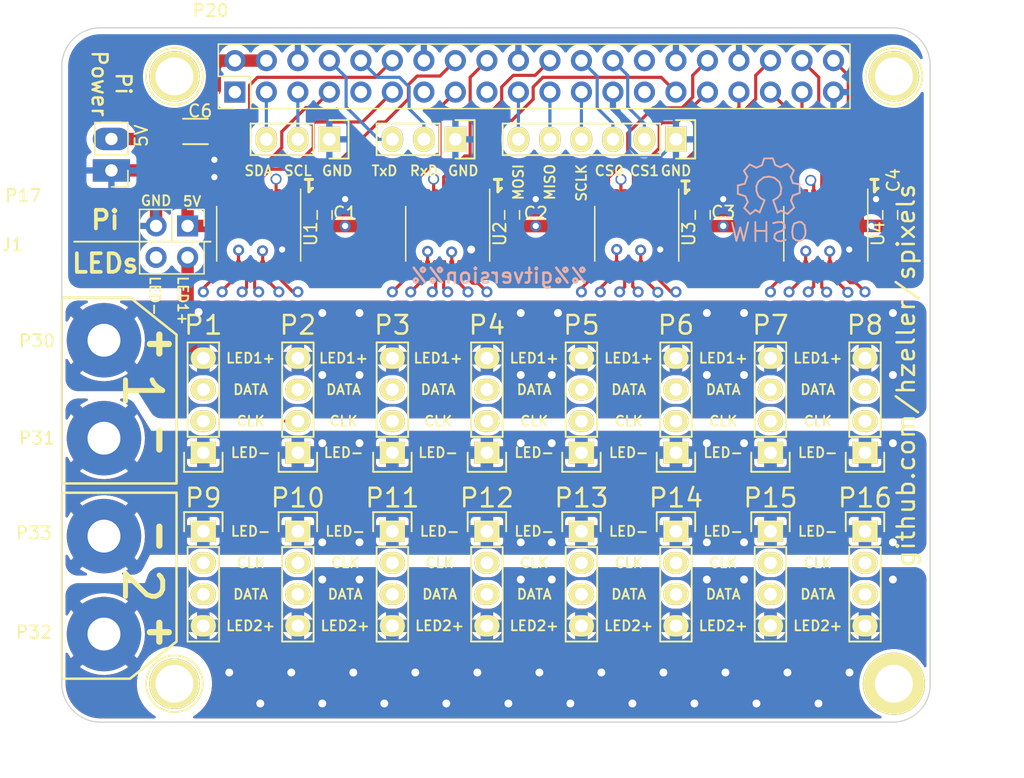
<source format=kicad_pcb>
(kicad_pcb (version 20201220) (generator pcbnew)
  (layers (0 "F.Cu" signal) (1 "In1.Cu" signal) (2 "In2.Cu" signal) (31 "B.Cu" signal) (34 "B.Paste" user) (35 "F.Paste" user) (36 "B.SilkS" user "B.Silkscreen") (37 "F.SilkS" user "F.Silkscreen") (38 "B.Mask" user) (39 "F.Mask" user) (44 "Edge.Cuts" user))
  (net 0 "")
  (net 1 "VCC")
  (net 2 "GND")
  (net 3 "clock")
  (net 4 "D1")
  (net 5 "D2")
  (net 6 "D3")
  (net 7 "D5")
  (net 8 "D4")
  (net 9 "D6")
  (net 10 "D7")
  (net 11 "D9")
  (net 12 "D8")
  (net 13 "D11")
  (net 14 "D10")
  (net 15 "D12")
  (net 16 "D13")
  (net 17 "D15")
  (net 18 "D14")
  (net 19 "D16")
  (net 20 "Net-(P2-Pad2)")
  (net 21 "Net-(P1-Pad3)")
  (net 22 "Net-(P10-Pad2)")
  (net 23 "Net-(P10-Pad3)")
  (net 24 "Net-(P9-Pad2)")
  (net 25 "Net-(P9-Pad3)")
  (net 26 "Net-(P1-Pad2)")
  (net 27 "Net-(P2-Pad3)")
  (net 28 "Net-(P4-Pad2)")
  (net 29 "Net-(P4-Pad3)")
  (net 30 "Net-(P12-Pad2)")
  (net 31 "Net-(P12-Pad3)")
  (net 32 "Net-(P11-Pad2)")
  (net 33 "Net-(P11-Pad3)")
  (net 34 "Net-(P3-Pad2)")
  (net 35 "Net-(P3-Pad3)")
  (net 36 "Net-(P5-Pad2)")
  (net 37 "Net-(P5-Pad3)")
  (net 38 "Net-(P14-Pad2)")
  (net 39 "Net-(P14-Pad3)")
  (net 40 "Net-(P13-Pad2)")
  (net 41 "Net-(P13-Pad3)")
  (net 42 "Net-(P6-Pad2)")
  (net 43 "Net-(P6-Pad3)")
  (net 44 "Net-(P8-Pad2)")
  (net 45 "Net-(P8-Pad3)")
  (net 46 "Net-(P16-Pad2)")
  (net 47 "Net-(P16-Pad3)")
  (net 48 "Net-(P15-Pad2)")
  (net 49 "Net-(P15-Pad3)")
  (net 50 "Net-(P7-Pad2)")
  (net 51 "Net-(P7-Pad3)")
  (net 52 "CS0")
  (net 53 "CS1")
  (net 54 "/MOSI")
  (net 55 "/MISO")
  (net 56 "/SCLK")
  (net 57 "LED-Power-")
  (net 58 "LED-Power+")
  (net 59 "no_connect_66")
  (net 60 "/SDA")
  (net 61 "/SCL")
  (net 62 "/TxD")
  (net 63 "no_connect_65")
  (net 64 "/RxD")
  (net 65 "no_connect_64")
  (net 66 "no_connect_67")
  (net 67 "LED-Power2+")
  (net 68 "no_connect_68")
  (footprint "Connector_PinHeader_2.54mm:PinHeader_2x20_P2.54mm_Vertical" (layer "F.Cu") (at 107.95 43.18 90)
    (fp_text reference "P20")
    (fp_text value "Pi-GPIO")
  )
  (footprint "Connect:1pin" (layer "F.Cu") (at 103.08 41.91)
    (fp_text reference "P40" hide)
    (fp_text value "CONN_01X01" hide)
  )
  (footprint "Connect:1pin" (layer "F.Cu") (at 161.08 41.91)
    (fp_text reference "P41" hide)
    (fp_text value "CONN_01X01" hide)
  )
  (footprint "Capacitors_SMD:C_1206_HandSoldering" (layer "F.Cu") (at 104.775 46.355)
    (fp_text reference "C6")
    (fp_text value "22u")
  )
  (footprint "Connector_PinHeader_1.00mm:PinHeader_1x01_P1.00mm_Vertical" (layer "F.Cu") (at 97.4 63.2 90)
    (fp_text reference "P30")
    (fp_text value "+5V")
  )
  (footprint "Connector_PinHeader_1.00mm:PinHeader_1x01_P1.00mm_Vertical" (layer "F.Cu") (at 97.4 71.1 90)
    (fp_text reference "P31")
    (fp_text value "GND")
  )
  (footprint "Pin_Headers:Pin_Header_Straight_1x06" (layer "F.Cu") (at 143.51 46.99 -90)
    (fp_text reference "P22" hide)
    (fp_text value "System SPI")
  )
  (footprint "Pin_Headers:Pin_Header_Straight_1x03" (layer "F.Cu") (at 115.57 46.99 -90)
    (fp_text reference "P21" hide)
    (fp_text value "I2C")
  )
  (footprint "Pin_Headers:Pin_Header_Straight_1x03" (layer "F.Cu") (at 125.73 46.99 -90)
    (fp_text reference "P23" hide)
    (fp_text value "UART")
  )
  (footprint "Pin_Headers:Pin_Header_Straight_1x04" (layer "F.Cu") (at 113.03 72.263 180)
    (fp_text reference "P2")
    (fp_text value "CONN_01X04")
  )
  (footprint "Pin_Headers:Pin_Header_Straight_1x04" (layer "F.Cu") (at 113.03 78.613)
    (fp_text reference "P10")
    (fp_text value "CONN_01X04")
  )
  (footprint "Pin_Headers:Pin_Header_Straight_1x04" (layer "F.Cu") (at 105.41 78.613)
    (fp_text reference "P9")
    (fp_text value "CONN_01X04")
  )
  (footprint "Pin_Headers:Pin_Header_Straight_1x04" (layer "F.Cu") (at 105.41 72.263 180)
    (fp_text reference "P1")
    (fp_text value "CONN_01X04")
  )
  (footprint "Pin_Headers:Pin_Header_Straight_1x04" (layer "F.Cu") (at 128.27 72.263 180)
    (fp_text reference "P4")
    (fp_text value "CONN_01X04")
  )
  (footprint "Pin_Headers:Pin_Header_Straight_1x04" (layer "F.Cu") (at 128.27 78.613)
    (fp_text reference "P12")
    (fp_text value "CONN_01X04")
  )
  (footprint "Pin_Headers:Pin_Header_Straight_1x04" (layer "F.Cu") (at 120.65 78.613)
    (fp_text reference "P11")
    (fp_text value "CONN_01X04")
  )
  (footprint "Pin_Headers:Pin_Header_Straight_1x04" (layer "F.Cu") (at 120.65 72.263 180)
    (fp_text reference "P3")
    (fp_text value "CONN_01X04")
  )
  (footprint "Pin_Headers:Pin_Header_Straight_1x04" (layer "F.Cu") (at 143.51 72.263 180)
    (fp_text reference "P6")
    (fp_text value "CONN_01X04")
  )
  (footprint "Pin_Headers:Pin_Header_Straight_1x04" (layer "F.Cu") (at 143.51 78.613)
    (fp_text reference "P14")
    (fp_text value "CONN_01X04")
  )
  (footprint "Pin_Headers:Pin_Header_Straight_1x04" (layer "F.Cu") (at 135.89 78.613)
    (fp_text reference "P13")
    (fp_text value "CONN_01X04")
  )
  (footprint "Pin_Headers:Pin_Header_Straight_1x04" (layer "F.Cu") (at 135.89 72.263 180)
    (fp_text reference "P5")
    (fp_text value "CONN_01X04")
  )
  (footprint "Pin_Headers:Pin_Header_Straight_1x04" (layer "F.Cu") (at 158.75 72.263 180)
    (fp_text reference "P8")
    (fp_text value "CONN_01X04")
  )
  (footprint "Pin_Headers:Pin_Header_Straight_1x04" (layer "F.Cu") (at 158.75 78.613)
    (fp_text reference "P16")
    (fp_text value "CONN_01X04")
  )
  (footprint "Pin_Headers:Pin_Header_Straight_1x04" (layer "F.Cu") (at 151.13 78.613)
    (fp_text reference "P15")
    (fp_text value "CONN_01X04")
  )
  (footprint "Pin_Headers:Pin_Header_Straight_1x04" (layer "F.Cu") (at 151.13 72.263 180)
    (fp_text reference "P7")
    (fp_text value "CONN_01X04")
  )
  (footprint "Package_SO:TSSOP-20_4.4x6.5mm_P0.65mm" (layer "F.Cu") (at 109.87 54.61 -90)
    (fp_text reference "U1")
    (fp_text value "74HC245")
  )
  (footprint "Package_SO:TSSOP-20_4.4x6.5mm_P0.65mm" (layer "F.Cu") (at 125.11 54.61 -90)
    (fp_text reference "U2")
    (fp_text value "74HC245")
  )
  (footprint "Package_SO:TSSOP-20_4.4x6.5mm_P0.65mm" (layer "F.Cu") (at 140.35 54.61 -90)
    (fp_text reference "U3")
    (fp_text value "74HC245")
  )
  (footprint "Package_SO:TSSOP-20_4.4x6.5mm_P0.65mm" (layer "F.Cu") (at 155.59 54.61 -90)
    (fp_text reference "U4")
    (fp_text value "74HC245")
  )
  (footprint "Connect:1pin" (layer "F.Cu") (at 103.08 90.91)
    (fp_text reference "P40" hide)
    (fp_text value "CONN_01X01" hide)
  )
  (footprint "Connect:1pin" (layer "F.Cu") (at 161.08 90.91)
    (fp_text reference "P43" hide)
    (fp_text value "CONN_01X01" hide)
  )
  (footprint "Pin_Headers:Pin_Header_Straight_1x02_Pitch2.54mm" (layer "F.Cu") (at 98 49.5 180)
    (fp_text reference "P17")
    (fp_text value "5V")
  )
  (footprint "Pin_Headers:Pin_Header_Straight_2x02_Pitch2.54mm" (layer "F.Cu") (at 104.14 53.975 -90)
    (fp_text reference "J1")
    (fp_text value "Conn_02x02_Odd_Even")
  )
  (footprint "Capacitors_SMD:C_0603" (layer "F.Cu") (at 160.782 53.086 90)
    (fp_text reference "C4")
    (fp_text value "100n")
  )
  (footprint "Capacitors_SMD:C_0603" (layer "F.Cu") (at 130.302 53.086 90)
    (fp_text reference "C2")
    (fp_text value "100n")
  )
  (footprint "Capacitors_SMD:C_0603" (layer "F.Cu") (at 115.189 53.086 90)
    (fp_text reference "C1")
    (fp_text value "100n")
  )
  (footprint "Capacitors_SMD:C_0603" (layer "F.Cu") (at 145.669 53.086 90)
    (fp_text reference "C3")
    (fp_text value "100n")
  )
  (footprint "Connector_PinHeader_1.00mm:PinHeader_1x01_P1.00mm_Vertical" (layer "F.Cu") (at 97.4 86.9)
    (fp_text reference "P32")
    (fp_text value "+5V")
  )
  (footprint "Connector_PinHeader_1.00mm:PinHeader_1x01_P1.00mm_Vertical" (layer "F.Cu") (at 97.4 79)
    (fp_text reference "P33")
    (fp_text value "GND")
  )
  (footprint "Symbols:Symbol_OSHW-Logo_SilkScreen" (layer "B.Cu") (at 151 51 180)
    (fp_text reference "REF**" hide)
    (fp_text value "Symbol_OSHW-Logo_SilkScreen" hide)
  )
  (gr_poly (pts (xy 103.25 62.75) (xy 103.25 74.75) (xy 99.5 74.75) (xy 94 74.75) (xy 94 59.75) (xy 99.5 59.75)) (layer "F.SilkS") (width 0.2) (fill none))
  (gr_line (start 95 55.245) (end 106 55.245) (layer "F.SilkS") (width 0.15))
  (gr_poly (pts (xy 103.25 75.5) (xy 103.25 87.5) (xy 99.5 90.5) (xy 94 90.5) (xy 94 75.5) (xy 99.5 75.5)) (layer "F.SilkS") (width 0.2) (fill none))
  (gr_line (start 94 90.98332) (end 94 40.98332) (angle 90) (layer "Edge.Cuts") (width 0.1))
  (gr_line (start 164 41) (end 164 91) (angle 90) (layer "Edge.Cuts") (width 0.1))
  (gr_line (start 161 94) (end 97.24432 94) (angle 90) (layer "Edge.Cuts") (width 0.1))
  (gr_arc (start 161 91) (end 164 91) (angle 90) (layer "Edge.Cuts") (width 0.1))
  (gr_arc (start 97.113818 41.11382) (end 94 40.98332) (angle 90) (layer "Edge.Cuts") (width 0.1))
  (gr_line (start 97.24432 38) (end 161 38) (angle 90) (layer "Edge.Cuts") (width 0.1))
  (gr_arc (start 161 41) (end 161 38) (angle 90) (layer "Edge.Cuts") (width 0.1))
  (gr_arc (start 97.1305 90.869503) (end 97.24432 94) (angle 90) (layer "Edge.Cuts") (width 0.1))
  (gr_text "%%gitversion%%" (at 136.5 58) (layer "B.SilkS") (effects (font (size 1.2 1.2) (thickness 0.2)) (justify left mirror)))
  (gr_text "RxD" (at 123.19 49.53) (layer "F.SilkS") (effects (font (size 0.8 0.8))))
  (gr_text "SDA" (at 109.855 49.53) (layer "F.SilkS") (effects (font (size 0.8 0.8))))
  (gr_text "SCL" (at 113.03 49.53) (layer "F.SilkS") (effects (font (size 0.8 0.8))))
  (gr_text "GND" (at 116.205 49.53) (layer "F.SilkS") (effects (font (size 0.8 0.8))))
  (gr_text "GND" (at 126.365 49.53) (layer "F.SilkS") (effects (font (size 0.8 0.8))))
  (gr_text "MOSI" (at 130.81 48.895 90) (layer "F.SilkS") (effects (font (size 0.8 0.8)) (justify right)))
  (gr_text "MISO\n" (at 133.35 48.895 90) (layer "F.SilkS") (effects (font (size 0.8 0.8)) (justify right)))
  (gr_text "SCLK\n" (at 135.89 48.895 90) (layer "F.SilkS") (effects (font (size 0.8 0.8)) (justify right)))
  (gr_text "CS0" (at 139.3952 49.53) (layer "F.SilkS") (effects (font (size 0.8 0.8)) (justify right)))
  (gr_text "CS1" (at 142.24 49.53) (layer "F.SilkS") (effects (font (size 0.8 0.8)) (justify right)))
  (gr_text "GND" (at 144.8308 49.53) (layer "F.SilkS") (effects (font (size 0.8 0.8)) (justify right)))
  (gr_text "LED-" (at 116.84 78.613) (layer "F.SilkS") (effects (font (size 0.8 0.8))))
  (gr_text "LED2+" (at 116.84 86.233) (layer "F.SilkS") (effects (font (size 0.8 0.8))))
  (gr_text "DATA" (at 116.84 83.693) (layer "F.SilkS") (effects (font (size 0.8 0.8))))
  (gr_text "CLK" (at 116.84 81.153) (layer "F.SilkS") (effects (font (size 0.8 0.8))))
  (gr_text "LED-" (at 132.08 78.613) (layer "F.SilkS") (effects (font (size 0.8 0.8))))
  (gr_text "LED2+" (at 132.08 86.233) (layer "F.SilkS") (effects (font (size 0.8 0.8))))
  (gr_text "DATA" (at 132.08 83.693) (layer "F.SilkS") (effects (font (size 0.8 0.8))))
  (gr_text "CLK" (at 132.08 81.153) (layer "F.SilkS") (effects (font (size 0.8 0.8))))
  (gr_text "LED-" (at 147.32 78.613) (layer "F.SilkS") (effects (font (size 0.8 0.8))))
  (gr_text "CLK" (at 147.32 81.153) (layer "F.SilkS") (effects (font (size 0.8 0.8))))
  (gr_text "LED-" (at 154.94 78.613) (layer "F.SilkS") (effects (font (size 0.8 0.8))))
  (gr_text "LED2+" (at 154.94 86.233) (layer "F.SilkS") (effects (font (size 0.8 0.8))))
  (gr_text "DATA" (at 154.94 83.693) (layer "F.SilkS") (effects (font (size 0.8 0.8))))
  (gr_text "CLK" (at 154.94 81.153) (layer "F.SilkS") (effects (font (size 0.8 0.8))))
  (gr_text "LED1+" (at 109.22 64.643) (layer "F.SilkS") (effects (font (size 0.8 0.8))))
  (gr_text "LED-" (at 109.22 72.263) (layer "F.SilkS") (effects (font (size 0.8 0.8))))
  (gr_text "CLK" (at 109.22 69.723) (layer "F.SilkS") (effects (font (size 0.8 0.8))))
  (gr_text "DATA" (at 109.22 67.183) (layer "F.SilkS") (effects (font (size 0.8 0.8))))
  (gr_text "LED-" (at 109.22 78.613) (layer "F.SilkS") (effects (font (size 0.8 0.8))))
  (gr_text "LED2+" (at 109.22 86.233) (layer "F.SilkS") (effects (font (size 0.8 0.8))))
  (gr_text "DATA" (at 109.22 83.693) (layer "F.SilkS") (effects (font (size 0.8 0.8))))
  (gr_text "CLK" (at 109.22 81.153) (layer "F.SilkS") (effects (font (size 0.8 0.8))))
  (gr_text "LED-" (at 124.46 78.613) (layer "F.SilkS") (effects (font (size 0.8 0.8))))
  (gr_text "LED2+" (at 124.46 86.233) (layer "F.SilkS") (effects (font (size 0.8 0.8))))
  (gr_text "DATA" (at 124.46 83.693) (layer "F.SilkS") (effects (font (size 0.8 0.8))))
  (gr_text "CLK" (at 124.46 81.153) (layer "F.SilkS") (effects (font (size 0.8 0.8))))
  (gr_text "LED-" (at 139.7 78.613) (layer "F.SilkS") (effects (font (size 0.8 0.8))))
  (gr_text "CLK" (at 139.7 81.153) (layer "F.SilkS") (effects (font (size 0.8 0.8))))
  (gr_text "1" (at 100.5 67.25 270) (layer "F.SilkS") (effects (font (size 3 3) (thickness 0.4))))
  (gr_text "GND" (at 101.6 51.943) (layer "F.SilkS") (effects (font (size 0.8 0.8))))
  (gr_text "DATA" (at 139.7 83.693) (layer "F.SilkS") (effects (font (size 0.8 0.8))))
  (gr_text "LEDs" (at 97.5 57) (layer "F.SilkS") (effects (font (size 1.5 1.5) (thickness 0.3))))
  (gr_text "LED-" (at 124.333 72.263) (layer "F.SilkS") (effects (font (size 0.8 0.8))))
  (gr_text "1" (at 159.512 50.673 180) (layer "F.SilkS") (effects (font (size 1 1) (thickness 0.25))))
  (gr_text "2" (at 100.5 83 270) (layer "F.SilkS") (effects (font (size 3 3) (thickness 0.4))))
  (gr_text "CLK" (at 147.32 69.723) (layer "F.SilkS") (effects (font (size 0.8 0.8))))
  (gr_text "LED-" (at 147.32 72.263) (layer "F.SilkS") (effects (font (size 0.8 0.8))))
  (gr_text "-" (at 102 79 270) (layer "F.SilkS") (effects (font (size 2 2) (thickness 0.5))))
  (gr_text "CLK" (at 154.94 69.723) (layer "F.SilkS") (effects (font (size 0.8 0.8))))
  (gr_text "DATA" (at 124.333 67.183) (layer "F.SilkS") (effects (font (size 0.8 0.8))))
  (gr_text "1" (at 129.159 50.673 180) (layer "F.SilkS") (effects (font (size 1 1) (thickness 0.25))))
  (gr_text "LED-" (at 139.7 72.263) (layer "F.SilkS") (effects (font (size 0.8 0.8))))
  (gr_text "1" (at 113.919 50.673 180) (layer "F.SilkS") (effects (font (size 1 1) (thickness 0.25))))
  (gr_text "LED-" (at 101.5 59.619047 270) (layer "F.SilkS") (effects (font (size 0.8 0.8))))
  (gr_text "LED-" (at 132.08 72.263) (layer "F.SilkS") (effects (font (size 0.8 0.8))))
  (gr_text "LED1+" (at 103.75 60 270) (layer "F.SilkS") (effects (font (size 0.8 0.8))))
  (gr_text "LED1+" (at 116.713 64.643) (layer "F.SilkS") (effects (font (size 0.8 0.8))))
  (gr_text "1" (at 144.272 50.8 180) (layer "F.SilkS") (effects (font (size 1 1) (thickness 0.25))))
  (gr_text "LED-" (at 154.94 72.263) (layer "F.SilkS") (effects (font (size 0.8 0.8))))
  (gr_text "LED1+" (at 154.94 64.643) (layer "F.SilkS") (effects (font (size 0.8 0.8))))
  (gr_text "CLK" (at 124.333 69.723) (layer "F.SilkS") (effects (font (size 0.8 0.8))))
  (gr_text "DATA" (at 116.713 67.183) (layer "F.SilkS") (effects (font (size 0.8 0.8))))
  (gr_text "DATA" (at 132.08 67.183) (layer "F.SilkS") (effects (font (size 0.8 0.8))))
  (gr_text "CLK" (at 139.7 69.723) (layer "F.SilkS") (effects (font (size 0.8 0.8))))
  (gr_text "+" (at 102 63.5 270) (layer "F.SilkS") (effects (font (size 2 2) (thickness 0.5))))
  (gr_text "5V" (at 104.5 52) (layer "F.SilkS") (effects (font (size 0.8 0.8))))
  (gr_text "Pi" (at 97.5 53.5) (layer "F.SilkS") (effects (font (size 1.5 1.5) (thickness 0.3))))
  (gr_text "TxD" (at 120.015 49.53) (layer "F.SilkS") (effects (font (size 0.8 0.8))))
  (gr_text "DATA" (at 139.7 67.183) (layer "F.SilkS") (effects (font (size 0.8 0.8))))
  (gr_text "LED1+" (at 147.32 64.643) (layer "F.SilkS") (effects (font (size 0.8 0.8))))
  (gr_text "github.com/hzeller/spixels" (at 162.052 66.04 90) (layer "F.SilkS") (effects (font (size 1.4 1.5) (thickness 0.2))))
  (gr_text "CLK" (at 132.08 69.723) (layer "F.SilkS") (effects (font (size 0.8 0.8))))
  (gr_text "LED-" (at 116.713 72.263) (layer "F.SilkS") (effects (font (size 0.8 0.8))))
  (gr_text "+" (at 102 86.75 270) (layer "F.SilkS") (effects (font (size 2 2) (thickness 0.5))))
  (gr_text "LED1+" (at 124.333 64.643) (layer "F.SilkS") (effects (font (size 0.8 0.8))))
  (gr_text "-" (at 102 71.25 270) (layer "F.SilkS") (effects (font (size 2 2) (thickness 0.5))))
  (gr_text "DATA" (at 154.94 67.183) (layer "F.SilkS") (effects (font (size 0.8 0.8))))
  (gr_text "DATA" (at 147.32 67.183) (layer "F.SilkS") (effects (font (size 0.8 0.8))))
  (gr_text "LED1+" (at 132.08 64.643) (layer "F.SilkS") (effects (font (size 0.8 0.8))))
  (gr_text "Pi\nPower" (at 98 42.5 270) (layer "F.SilkS") (effects (font (size 1.2 1.2) (thickness 0.2))))
  (gr_text "LED1+" (at 139.7 64.643) (layer "F.SilkS") (effects (font (size 0.8 0.8))))
  (gr_text "DATA" (at 147.32 83.693) (layer "F.SilkS") (effects (font (size 0.8 0.8))))
  (gr_text "CLK" (at 116.713 69.723) (layer "F.SilkS") (effects (font (size 0.8 0.8))))
  (gr_text "LED2+" (at 139.7 86.233) (layer "F.SilkS") (effects (font (size 0.8 0.8))))
  (gr_text "LED2+" (at 147.32 86.233) (layer "F.SilkS") (effects (font (size 0.8 0.8))))
  (segment (start 98 46.96) (end 102.17 46.96) (width 1) (layer "F.Cu") (net 1))
  (segment (start 138.259132 53.995) (end 138.507342 54.24321) (width 1) (layer "F.Cu") (net 1))
  (segment (start 128.035 51.66) (end 128.035 53.976) (width 0.3048) (layer "F.Cu") (net 1))
  (segment (start 145.161 54.249) (end 145.415 53.995) (width 0.4064) (layer "F.Cu") (net 1))
  (segment (start 123.019132 53.995) (end 123.216542 54.19241) (width 1) (layer "F.Cu") (net 1))
  (segment (start 128.035 51.66) (end 128.035 52.6898) (width 0.3048) (layer "F.Cu") (net 1))
  (segment (start 112.522 53.975) (end 114.915 53.975) (width 1) (layer "F.Cu") (net 1))
  (segment (start 157.676268 53.995) (end 158.496 53.995) (width 1) (layer "F.Cu") (net 1))
  (segment (start 157.377258 54.29401) (end 157.676268 53.995) (width 1) (layer "F.Cu") (net 1))
  (segment (start 127.20307 53.995) (end 128.016 53.995) (width 1) (layer "F.Cu") (net 1))
  (segment (start 142.19486 54.24321) (end 142.44307 53.995) (width 1) (layer "F.Cu") (net 1))
  (segment (start 158.515 53.975) (end 158.515 57.56) (width 0.3048) (layer "F.Cu") (net 1))
  (segment (start 106.332399 42.997601) (end 102.975 46.355) (width 1) (layer "F.Cu") (net 1))
  (segment (start 104.14 53.975) (end 108.342532 53.975) (width 1) (layer "F.Cu") (net 1))
  (segment (start 143.275 53.976) (end 143.256 53.995) (width 0.3048) (layer "F.Cu") (net 1))
  (segment (start 127.00566 54.19241) (end 127.20307 53.995) (width 1) (layer "F.Cu") (net 1))
  (segment (start 104.14 48.93) (end 104.14 49.64) (width 1) (layer "F.Cu") (net 1))
  (segment (start 142.44307 53.995) (end 143.256 53.995) (width 1) (layer "F.Cu") (net 1))
  (segment (start 106.332399 41.036287) (end 106.332399 42.997601) (width 1) (layer "F.Cu") (net 1))
  (segment (start 158.515 51.66) (end 158.515 53.976) (width 0.3048) (layer "F.Cu") (net 1))
  (segment (start 108.342532 53.975) (end 108.559942 54.19241) (width 1) (layer "F.Cu") (net 1))
  (segment (start 114.935 53.995) (end 114.915 53.975) (width 0.4064) (layer "F.Cu") (net 1))
  (segment (start 159.258 53.975) (end 160.643 53.975) (width 1) (layer "F.Cu") (net 1))
  (segment (start 143.275 51.66) (end 143.275 53.976) (width 0.3048) (layer "F.Cu") (net 1))
  (segment (start 112.795 53.702) (end 112.522 53.975) (width 0.3048) (layer "F.Cu") (net 1))
  (segment (start 102.17 46.96) (end 102.775 46.355) (width 1) (layer "F.Cu") (net 1))
  (segment (start 106.728686 40.64) (end 106.332399 41.036287) (width 1) (layer "F.Cu") (net 1))
  (segment (start 112.795 53.848) (end 112.795 57.56) (width 0.3048) (layer "F.Cu") (net 1))
  (segment (start 145.415 53.995) (end 153.499132 53.995) (width 1) (layer "F.Cu") (net 1))
  (segment (start 128.016 53.995) (end 130.175 53.995) (width 1) (layer "F.Cu") (net 1))
  (segment (start 130.175 53.995) (end 138.259132 53.995) (width 1) (layer "F.Cu") (net 1))
  (segment (start 102.975 46.355) (end 102.775 46.355) (width 1) (layer "F.Cu") (net 1))
  (segment (start 128.035 53.976) (end 128.016 53.995) (width 0.3048) (layer "F.Cu") (net 1))
  (segment (start 160.643 53.975) (end 160.782 53.836) (width 1) (layer "F.Cu") (net 1))
  (segment (start 128.035 52.6898) (end 128.035 57.56) (width 0.3048) (layer "F.Cu") (net 1))
  (segment (start 112.795 51.66) (end 112.795 53.702) (width 0.3048) (layer "F.Cu") (net 1))
  (segment (start 104.14 48.93) (end 104.14 53.975) (width 1) (layer "F.Cu") (net 1))
  (segment (start 111.76566 54.19241) (end 111.98307 53.975) (width 1) (layer "F.Cu") (net 1))
  (segment (start 143.256 53.995) (end 145.415 53.995) (width 1) (layer "F.Cu") (net 1))
  (segment (start 158.515 53.975) (end 159.258 53.975) (width 1) (layer "F.Cu") (net 1))
  (segment (start 107.95 40.64) (end 110.49 40.64) (width 1) (layer "F.Cu") (net 1))
  (segment (start 153.499132 53.995) (end 153.798142 54.29401) (width 1) (layer "F.Cu") (net 1))
  (segment (start 138.507342 54.24321) (end 142.19486 54.24321) (width 1) (layer "F.Cu") (net 1))
  (segment (start 102.17 46.96) (end 104.14 48.93) (width 1) (layer "F.Cu") (net 1))
  (segment (start 114.935 53.995) (end 123.019132 53.995) (width 1) (layer "F.Cu") (net 1))
  (segment (start 143.275 51.66) (end 143.275 57.56) (width 0.3048) (layer "F.Cu") (net 1))
  (segment (start 158.515 53.976) (end 158.496 53.995) (width 0.3048) (layer "F.Cu") (net 1))
  (segment (start 158.515 51.66) (end 158.515 53.975) (width 0.3048) (layer "F.Cu") (net 1))
  (segment (start 153.798142 54.29401) (end 157.377258 54.29401) (width 1) (layer "F.Cu") (net 1))
  (segment (start 112.795 51.66) (end 112.795 53.848) (width 0.3048) (layer "F.Cu") (net 1))
  (segment (start 107.95 40.64) (end 106.728686 40.64) (width 1) (layer "F.Cu") (net 1))
  (segment (start 108.559942 54.19241) (end 111.76566 54.19241) (width 1) (layer "F.Cu") (net 1))
  (segment (start 123.216542 54.19241) (end 127.00566 54.19241) (width 1) (layer "F.Cu") (net 1))
  (segment (start 111.98307 53.975) (end 112.522 53.975) (width 1) (layer "F.Cu") (net 1))
  (segment (start 114.681 54.249) (end 114.935 53.995) (width 0.4064) (layer "F.Cu") (net 1))
  (via (at 132.207 53.975) (size 0.889) (drill 0.5) (layers "F.Cu" "B.Cu") (net 1))
  (via (at 147.32 53.975) (size 0.889) (drill 0.5) (layers "F.Cu" "B.Cu") (net 1))
  (via (at 159.258 53.975) (size 0.889) (drill 0.5) (layers "F.Cu" "B.Cu") (net 1))
  (via (at 116.84 53.975) (size 0.889) (drill 0.5) (layers "F.Cu" "B.Cu") (net 1))
  (segment (start 135.792 51.66) (end 135.636 51.816) (width 0.3048) (layer "F.Cu") (net 2))
  (segment (start 106.945 51.16) (end 106.945 51.66) (width 0.254) (layer "F.Cu") (net 2))
  (segment (start 127.385 56.265) (end 127 55.88) (width 0.3048) (layer "F.Cu") (net 2))
  (segment (start 115.709 51.816) (end 115.189 52.336) (width 0.4064) (layer "F.Cu") (net 2))
  (segment (start 152.665 51.66) (end 151.54 51.66) (width 0.3048) (layer "F.Cu") (net 2))
  (segment (start 160.262 51.816) (end 160.782 52.336) (width 1) (layer "F.Cu") (net 2))
  (segment (start 142.625 56.265) (end 142.24 55.88) (width 0.3048) (layer "F.Cu") (net 2))
  (segment (start 106.3136 50.5286) (end 106.945 51.16) (width 0.254) (layer "F.Cu") (net 2))
  (segment (start 106.295 48.0414) (end 106.295 49.018) (width 1) (layer "F.Cu") (net 2))
  (segment (start 106.295 50.5286) (end 106.3136 50.5286) (width 0.254) (layer "F.Cu") (net 2))
  (segment (start 157.865 57.56) (end 157.865 56.265) (width 0.3048) (layer "F.Cu") (net 2))
  (segment (start 101 49.5) (end 101.6 50.1) (width 1) (layer "F.Cu") (net 2))
  (segment (start 106.295 49.018) (end 106.299 49.022) (width 0.4064) (layer "F.Cu") (net 2))
  (segment (start 112.145 57.56) (end 112.145 56.265) (width 0.3048) (layer "F.Cu") (net 2))
  (segment (start 106.295 49.654617) (end 106.295 50.5286) (width 0.4064) (layer "F.Cu") (net 2))
  (segment (start 159.639 51.816) (end 160.262 51.816) (width 1) (layer "F.Cu") (net 2))
  (segment (start 116.84 51.816) (end 115.709 51.816) (width 0.4064) (layer "F.Cu") (net 2))
  (segment (start 127.385 57.56) (end 127.385 56.265) (width 0.3048) (layer "F.Cu") (net 2))
  (segment (start 142.625 57.56) (end 142.625 56.265) (width 0.3048) (layer "F.Cu") (net 2))
  (segment (start 101.6 50.1) (end 101.6 53.975) (width 1) (layer "F.Cu") (net 2))
  (segment (start 122.185 51.66) (end 116.996 51.66) (width 0.4064) (layer "F.Cu") (net 2))
  (segment (start 98 49.5) (end 101 49.5) (width 1) (layer "F.Cu") (net 2))
  (segment (start 116.996 51.66) (end 116.84 51.816) (width 0.4064) (layer "F.Cu") (net 2))
  (segment (start 106.299 49.650617) (end 106.295 49.654617) (width 0.4064) (layer "F.Cu") (net 2))
  (segment (start 106.775 46.355) (end 106.775 47.5614) (width 1) (layer "F.Cu") (net 2))
  (segment (start 106.775 47.5614) (end 106.295 48.0414) (width 1) (layer "F.Cu") (net 2))
  (segment (start 157.865 56.265) (end 157.48 55.88) (width 0.3048) (layer "F.Cu") (net 2))
  (segment (start 137.425 51.66) (end 135.792 51.66) (width 0.3048) (layer "F.Cu") (net 2))
  (segment (start 106.299 49.022) (end 106.299 49.650617) (width 1) (layer "F.Cu") (net 2))
  (segment (start 112.145 56.265) (end 111.76 55.88) (width 0.3048) (layer "F.Cu") (net 2))
  (via (at 159.639 51.816) (size 0.889) (drill 0.5) (layers "F.Cu" "B.Cu") (net 2))
  (via (at 142.24 55.88) (size 0.889) (drill 0.5) (layers "F.Cu" "B.Cu") (net 2))
  (via (at 127 55.88) (size 0.889) (drill 0.635) (layers "F.Cu" "B.Cu") (net 2))
  (via (at 106.299 48.641) (size 0.889) (drill 0.5) (layers "F.Cu" "B.Cu") (net 2))
  (via (at 157.48 55.88) (size 0.889) (drill 0.5) (layers "F.Cu" "B.Cu") (net 2))
  (via (at 116.84 51.816) (size 0.889) (drill 0.5) (layers "F.Cu" "B.Cu") (net 2))
  (via (at 132.207 51.816) (size 0.889) (drill 0.5) (layers "F.Cu" "B.Cu") (net 2))
  (via (at 111.76 55.88) (size 0.889) (drill 0.5) (layers "F.Cu" "B.Cu") (net 2))
  (via (at 106.299 50.038) (size 0.889) (drill 0.5) (layers "F.Cu" "B.Cu") (net 2))
  (via (at 147.32 51.816) (size 0.889) (drill 0.5) (layers "F.Cu" "B.Cu") (net 2))
  (segment (start 142.31939 48.33301) (end 143.51 47.1424) (width 0.254) (layer "B.Cu") (net 2))
  (segment (start 138.43 44.401314) (end 139.77939 45.750704) (width 0.254) (layer "B.Cu") (net 2))
  (segment (start 139.77939 45.750704) (end 139.77939 47.635566) (width 0.254) (layer "B.Cu") (net 2))
  (segment (start 140.476834 48.33301) (end 142.31939 48.33301) (width 0.254) (layer "B.Cu") (net 2))
  (segment (start 143.51 47.1424) (end 143.51 46.99) (width 0.254) (layer "B.Cu") (net 2))
  (segment (start 138.43 43.18) (end 138.43 44.401314) (width 0.254) (layer "B.Cu") (net 2))
  (segment (start 139.77939 47.635566) (end 140.476834 48.33301) (width 0.254) (layer "B.Cu") (net 2))
  (segment (start 141.975 53.293502) (end 141.852302 53.4162) (width 0.254) (layer "F.Cu") (net 3))
  (segment (start 111.275 50.2) (end 111.275 51.5275) (width 0.254) (layer "F.Cu") (net 3))
  (segment (start 154.6225 53.467) (end 156.5529 53.467) (width 0.254) (layer "F.Cu") (net 3))
  (segment (start 141.975 51.7475) (end 141.975 53.293502) (width 0.254) (layer "F.Cu") (net 3))
  (segment (start 139.3825 53.4162) (end 141.3383 53.4162) (width 0.254) (layer "F.Cu") (net 3))
  (segment (start 108.895 53.03) (end 108.839 53.086) (width 0.254) (layer "F.Cu") (net 3))
  (segment (start 126.0827 53.3498) (end 126.0983 53.3654) (width 0.254) (layer "F.Cu") (net 3))
  (segment (start 141.3383 52.6546) (end 141.3383 53.4162) (width 0.254) (layer "F.Cu") (net 3))
  (segment (start 154.6127 52.639) (end 154.6225 52.6488) (width 0.254) (layer "F.Cu") (net 3))
  (segment (start 123.975 51.5875) (end 124.135 51.7475) (width 0.254) (layer "F.Cu") (net 3))
  (segment (start 156.5627 51.66) (end 156.5627 52.639) (width 0.254) (layer "F.Cu") (net 3))
  (segment (start 111.379 53.086) (end 111.495 52.97) (width 0.254) (layer "F.Cu") (net 3))
  (segment (start 138.8499 53.4162) (end 139.3825 53.4162) (width 0.254) (layer "F.Cu") (net 3))
  (segment (start 154.615 51.7475) (end 154.615 50.54) (width 0.254) (layer "F.Cu") (net 3))
  (segment (start 154.615 50.54) (end 154.375 50.3) (width 0.254) (layer "F.Cu") (net 3))
  (segment (start 138.725 53.2913) (end 138.8499 53.4162) (width 0.254) (layer "F.Cu") (net 3))
  (segment (start 156.5627 52.639) (end 156.5529 52.6488) (width 0.254) (layer "F.Cu") (net 3))
  (segment (start 156.5529 52.6488) (end 156.5529 53.467) (width 0.254) (layer "F.Cu") (net 3))
  (segment (start 123.975 50.2) (end 123.975 51.5875) (width 0.254) (layer "F.Cu") (net 3))
  (segment (start 153.965 53.2913) (end 154.1407 53.467) (width 0.254) (layer "F.Cu") (net 3))
  (segment (start 141.3227 52.639) (end 141.3383 52.6546) (width 0.254) (layer "F.Cu") (net 3))
  (segment (start 111.495 52.97) (end 111.495 51.7475) (width 0.254) (layer "F.Cu") (net 3))
  (segment (start 110.845 53.06) (end 110.871 53.086) (width 0.254) (layer "F.Cu") (net 3))
  (segment (start 138.725 51.7475) (end 138.725 53.2913) (width 0.254) (layer "F.Cu") (net 3))
  (segment (start 124.1327 52.639) (end 124.1425 52.6488) (width 0.254) (layer "F.Cu") (net 3))
  (segment (start 139.3727 53.4064) (end 139.3825 53.4162) (width 0.254) (layer "F.Cu") (net 3))
  (segment (start 108.245 51.7475) (end 108.245 53) (width 0.254) (layer "F.Cu") (net 3))
  (segment (start 108.839 53.086) (end 110.871 53.086) (width 0.254) (layer "F.Cu") (net 3))
  (segment (start 157.215 51.7475) (end 157.215 53.2867) (width 0.254) (layer "F.Cu") (net 3))
  (segment (start 154.6127 51.66) (end 154.6127 52.639) (width 0.254) (layer "F.Cu") (net 3))
  (segment (start 111.275 51.5275) (end 111.495 51.7475) (width 0.254) (layer "F.Cu") (net 3))
  (segment (start 110.845 51.7475) (end 110.845 53.06) (width 0.254) (layer "F.Cu") (net 3))
  (segment (start 154.1407 53.467) (end 154.6225 53.467) (width 0.254) (layer "F.Cu") (net 3))
  (segment (start 124.1327 51.66) (end 124.1327 52.639) (width 0.254) (layer "F.Cu") (net 3))
  (segment (start 124.1425 53.3654) (end 126.0983 53.3654) (width 0.254) (layer "F.Cu") (net 3))
  (segment (start 124.1425 52.6488) (end 124.1425 53.3654) (width 0.254) (layer "F.Cu") (net 3))
  (segment (start 126.0983 53.3654) (end 126.663102 53.3654) (width 0.254) (layer "F.Cu") (net 3))
  (segment (start 156.5529 53.467) (end 157.0347 53.467) (width 0.254) (layer "F.Cu") (net 3))
  (segment (start 108.245 53) (end 108.331 53.086) (width 0.254) (layer "F.Cu") (net 3))
  (segment (start 108.895 51.7475) (end 108.895 53.03) (width 0.254) (layer "F.Cu") (net 3))
  (segment (start 139.075 50.225) (end 139.075 51.4475) (width 0.254) (layer "F.Cu") (net 3))
  (segment (start 123.5591 53.3654) (end 124.1425 53.3654) (width 0.254) (layer "F.Cu") (net 3))
  (segment (start 154.6225 52.6488) (end 154.6225 53.467) (width 0.254) (layer "F.Cu") (net 3))
  (segment (start 153.965 51.7475) (end 153.965 53.2913) (width 0.254) (layer "F.Cu") (net 3))
  (segment (start 141.3227 51.66) (end 141.3227 52.639) (width 0.254) (layer "F.Cu") (net 3))
  (segment (start 141.3383 53.4162) (end 141.852302 53.4162) (width 0.254) (layer "F.Cu") (net 3))
  (segment (start 139.3727 51.66) (end 139.3727 53.4064) (width 0.254) (layer "F.Cu") (net 3))
  (segment (start 110.871 53.086) (end 111.379 53.086) (width 0.254) (layer "F.Cu") (net 3))
  (segment (start 123.485 53.2913) (end 123.5591 53.3654) (width 0.254) (layer "F.Cu") (net 3))
  (segment (start 126.0827 51.66) (end 126.0827 53.3498) (width 0.254) (layer "F.Cu") (net 3))
  (segment (start 157.215 53.2867) (end 157.0347 53.467) (width 0.254) (layer "F.Cu") (net 3))
  (segment (start 126.735 51.7475) (end 126.735 53.293502) (width 0.254) (layer "F.Cu") (net 3))
  (segment (start 123.485 51.7475) (end 123.485 53.2913) (width 0.254) (layer "F.Cu") (net 3))
  (segment (start 108.331 53.086) (end 108.839 53.086) (width 0.254) (layer "F.Cu") (net 3))
  (segment (start 126.735 53.293502) (end 126.663102 53.3654) (width 0.254) (layer "F.Cu") (net 3))
  (segment (start 139.075 51.4475) (end 139.375 51.7475) (width 0.254) (layer "F.Cu") (net 3))
  (via (at 123.975 50.2) (size 0.889) (drill 0.635) (layers "F.Cu" "B.Cu") (net 3))
  (via (at 139.075 50.225) (size 0.889) (drill 0.635) (layers "F.Cu" "B.Cu") (net 3))
  (via (at 154.375 50.3) (size 0.889) (drill 0.635) (layers "F.Cu" "B.Cu") (net 3))
  (via (at 111.275 50.2) (size 0.889) (drill 0.635) (layers "F.Cu" "B.Cu") (net 3))
  (segment (start 119.300601 41.989399) (end 109.775601 41.989399) (width 0.254) (layer "F.Cu") (net 4))
  (segment (start 109.140601 42.624399) (end 109.140601 49.135399) (width 0.254) (layer "F.Cu") (net 4))
  (segment (start 109.140601 49.135399) (end 107.595 50.681) (width 0.254) (layer "F.Cu") (net 4))
  (segment (start 109.775601 41.989399) (end 109.140601 42.624399) (width 0.254) (layer "F.Cu") (net 4))
  (segment (start 120.65 40.64) (end 119.300601 41.989399) (width 0.254) (layer "F.Cu") (net 4))
  (segment (start 107.595 50.681) (end 107.595 51.7475) (width 0.254) (layer "F.Cu") (net 4))
  (segment (start 111.73461 46.372846) (end 111.73461 47.657934) (width 0.254) (layer "F.Cu") (net 5))
  (segment (start 113.682855 44.424601) (end 111.73461 46.372846) (width 0.254) (layer "F.Cu") (net 5))
  (segment (start 114.325399 44.424601) (end 113.682855 44.424601) (width 0.254) (layer "F.Cu") (net 5))
  (segment (start 111.73461 47.657934) (end 109.545 49.847544) (width 0.254) (layer "F.Cu") (net 5))
  (segment (start 115.57 43.18) (end 114.325399 44.424601) (width 0.254) (layer "F.Cu") (net 5))
  (segment (start 109.545 49.847544) (end 109.545 51.66) (width 0.254) (layer "F.Cu") (net 5))
  (segment (start 110.823 49.403) (end 110.195 50.031) (width 0.254) (layer "F.Cu") (net 6))
  (segment (start 114.27461 45.719988) (end 114.27461 47.657934) (width 0.254) (layer "F.Cu") (net 6))
  (segment (start 110.195 50.031) (end 110.195 51.66) (width 0.254) (layer "F.Cu") (net 6))
  (segment (start 120.65 43.18) (end 118.237001 45.592999) (width 0.254) (layer "F.Cu") (net 6))
  (segment (start 112.529544 49.403) (end 110.823 49.403) (width 0.254) (layer "F.Cu") (net 6))
  (segment (start 118.237001 45.592999) (end 114.401599 45.592999) (width 0.254) (layer "F.Cu") (net 6))
  (segment (start 114.27461 47.657934) (end 112.529544 49.403) (width 0.254) (layer "F.Cu") (net 6))
  (segment (start 114.401599 45.592999) (end 114.27461 45.719988) (width 0.254) (layer "F.Cu") (net 6))
  (segment (start 122.835 50.055564) (end 122.835 51.7475) (width 0.254) (layer "F.Cu") (net 7))
  (segment (start 124.48539 48.405174) (end 122.835 50.055564) (width 0.254) (layer "F.Cu") (net 7))
  (segment (start 125.73 43.18) (end 124.48539 44.42461) (width 0.254) (layer "F.Cu") (net 7))
  (segment (start 124.48539 44.42461) (end 124.48539 48.405174) (width 0.254) (layer "F.Cu") (net 7))
  (segment (start 124.485399 41.884601) (end 122.643389 41.884601) (width 0.254) (layer "F.Cu") (net 8))
  (segment (start 122.643389 41.884601) (end 121.945399 42.582591) (width 0.254) (layer "F.Cu") (net 8))
  (segment (start 121.945399 43.726611) (end 120.079011 45.592999) (width 0.254) (layer "F.Cu") (net 8))
  (segment (start 113.174423 49.980577) (end 112.145 51.01) (width 0.254) (layer "F.Cu") (net 8))
  (segment (start 120.079011 45.592999) (end 119.532403 45.592999) (width 0.254) (layer "F.Cu") (net 8))
  (segment (start 115.144825 49.980577) (end 113.174423 49.980577) (width 0.254) (layer "F.Cu") (net 8))
  (segment (start 121.945399 42.582591) (end 121.945399 43.726611) (width 0.254) (layer "F.Cu") (net 8))
  (segment (start 119.532403 45.592999) (end 115.144825 49.980577) (width 0.254) (layer "F.Cu") (net 8))
  (segment (start 112.145 51.01) (end 112.145 51.7475) (width 0.254) (layer "F.Cu") (net 8))
  (segment (start 125.73 40.64) (end 124.485399 41.884601) (width 0.254) (layer "F.Cu") (net 8))
  (segment (start 124.785 50.031) (end 124.785 51.66) (width 0.254) (layer "F.Cu") (net 9))
  (segment (start 126.482999 48.333001) (end 124.785 50.031) (width 0.254) (layer "F.Cu") (net 9))
  (segment (start 126.920601 41.989399) (end 126.920601 48.267601) (width 0.254) (layer "F.Cu") (net 9))
  (segment (start 126.855201 48.333001) (end 126.482999 48.333001) (width 0.254) (layer "F.Cu") (net 9))
  (segment (start 126.920601 48.267601) (end 126.855201 48.333001) (width 0.254) (layer "F.Cu") (net 9))
  (segment (start 128.27 40.64) (end 126.920601 41.989399) (width 0.254) (layer "F.Cu") (net 9))
  (segment (start 127.374611 48.455658) (end 127.043258 48.787011) (width 0.254) (layer "F.Cu") (net 10))
  (segment (start 125.435 50.031) (end 125.435 51.66) (width 0.254) (layer "F.Cu") (net 10))
  (segment (start 132.159399 41.830601) (end 130.397309 41.830601) (width 0.254) (layer "F.Cu") (net 10))
  (segment (start 127.374611 45.980389) (end 127.374611 48.455658) (width 0.254) (layer "F.Cu") (net 10))
  (segment (start 127.043258 48.787011) (end 126.678989 48.787011) (width 0.254) (layer "F.Cu") (net 10))
  (segment (start 126.678989 48.787011) (end 125.435 50.031) (width 0.254) (layer "F.Cu") (net 10))
  (segment (start 129.460601 43.894399) (end 127.374611 45.980389) (width 0.254) (layer "F.Cu") (net 10))
  (segment (start 130.397309 41.830601) (end 129.460601 42.767309) (width 0.254) (layer "F.Cu") (net 10))
  (segment (start 133.35 40.64) (end 132.159399 41.830601) (width 0.254) (layer "F.Cu") (net 10))
  (segment (start 129.460601 42.767309) (end 129.460601 43.894399) (width 0.254) (layer "F.Cu") (net 10))
  (segment (start 139.62061 48.537568) (end 138.075 50.083178) (width 0.254) (layer "F.Cu") (net 11))
  (segment (start 144.859399 43.592691) (end 144.00209 44.45) (width 0.254) (layer "F.Cu") (net 11))
  (segment (start 139.62061 46.503214) (end 139.62061 48.537568) (width 0.254) (layer "F.Cu") (net 11))
  (segment (start 141.673824 44.45) (end 139.62061 46.503214) (width 0.254) (layer "F.Cu") (net 11))
  (segment (start 146.05 40.64) (end 144.859399 41.830601) (width 0.254) (layer "F.Cu") (net 11))
  (segment (start 144.00209 44.45) (end 141.673824 44.45) (width 0.254) (layer "F.Cu") (net 11))
  (segment (start 144.859399 41.830601) (end 144.859399 43.592691) (width 0.254) (layer "F.Cu") (net 11))
  (segment (start 138.075 50.083178) (end 138.075 51.7475) (width 0.254) (layer "F.Cu") (net 11))
  (segment (start 142.319399 41.989399) (end 132.778511 41.989399) (width 0.254) (layer "F.Cu") (net 12))
  (segment (start 127.828641 50.566359) (end 127.385 51.01) (width 0.254) (layer "F.Cu") (net 12))
  (segment (start 132.000601 43.751489) (end 130.28609 45.466) (width 0.254) (layer "F.Cu") (net 12))
  (segment (start 132.000601 42.767309) (end 132.000601 43.751489) (width 0.254) (layer "F.Cu") (net 12))
  (segment (start 143.51 43.18) (end 142.319399 41.989399) (width 0.254) (layer "F.Cu") (net 12))
  (segment (start 129.032 45.466) (end 127.828641 46.669359) (width 0.254) (layer "F.Cu") (net 12))
  (segment (start 132.778511 41.989399) (end 132.000601 42.767309) (width 0.254) (layer "F.Cu") (net 12))
  (segment (start 130.28609 45.466) (end 129.032 45.466) (width 0.254) (layer "F.Cu") (net 12))
  (segment (start 127.828641 46.669359) (end 127.828641 50.566359) (width 0.254) (layer "F.Cu") (net 12))
  (segment (start 127.385 51.01) (end 127.385 51.7475) (width 0.254) (layer "F.Cu") (net 12))
  (segment (start 144.096314 48.895) (end 141.811 48.895) (width 0.254) (layer "F.Cu") (net 13))
  (segment (start 148.59 44.401314) (end 144.096314 48.895) (width 0.254) (layer "F.Cu") (net 13))
  (segment (start 141.811 48.895) (end 140.675 50.031) (width 0.254) (layer "F.Cu") (net 13))
  (segment (start 140.675 50.031) (end 140.675 51.66) (width 0.254) (layer "F.Cu") (net 13))
  (segment (start 148.59 43.18) (end 148.59 44.401314) (width 0.254) (layer "F.Cu") (net 13))
  (segment (start 140.07901 49.78599) (end 140.07901 51.60599) (width 0.254) (layer "F.Cu") (net 14))
  (segment (start 143.583001 45.646999) (end 142.384799 45.646999) (width 0.254) (layer "F.Cu") (net 14))
  (segment (start 142.16061 45.871188) (end 142.16061 47.70439) (width 0.254) (layer "F.Cu") (net 14))
  (segment (start 142.16061 47.70439) (end 140.07901 49.78599) (width 0.254) (layer "F.Cu") (net 14))
  (segment (start 142.384799 45.646999) (end 142.16061 45.871188) (width 0.254) (layer "F.Cu") (net 14))
  (segment (start 140.07901 51.60599) (end 140.025 51.66) (width 0.254) (layer "F.Cu") (net 14))
  (segment (start 146.05 43.18) (end 143.583001 45.646999) (width 0.254) (layer "F.Cu") (net 14))
  (segment (start 149.939399 41.830601) (end 149.939399 43.735601) (width 0.254) (layer "F.Cu") (net 15))
  (segment (start 149.939399 43.735601) (end 142.625 51.05) (width 0.254) (layer "F.Cu") (net 15))
  (segment (start 151.13 40.64) (end 149.939399 41.830601) (width 0.254) (layer "F.Cu") (net 15))
  (segment (start 142.625 51.05) (end 142.625 51.7475) (width 0.254) (layer "F.Cu") (net 15))
  (segment (start 153.315 45.365) (end 153.315 51.7475) (width 0.254) (layer "F.Cu") (net 16))
  (segment (start 151.13 43.18) (end 153.315 45.365) (width 0.254) (layer "F.Cu") (net 16))
  (segment (start 155.019399 41.989399) (end 155.019399 45.697799) (width 0.254) (layer "F.Cu") (net 17))
  (segment (start 153.67 40.64) (end 155.019399 41.989399) (width 0.254) (layer "F.Cu") (net 17))
  (segment (start 155.915 46.5934) (end 155.915 51.66) (width 0.254) (layer "F.Cu") (net 17))
  (segment (start 155.019399 45.697799) (end 155.915 46.5934) (width 0.254) (layer "F.Cu") (net 17))
  (segment (start 155.265 46.585468) (end 155.265 50.681) (width 0.254) (layer "F.Cu") (net 18))
  (segment (start 153.67 43.18) (end 153.67 44.990468) (width 0.254) (layer "F.Cu") (net 18))
  (segment (start 155.265 50.681) (end 155.265 51.66) (width 0.254) (layer "F.Cu") (net 18))
  (segment (start 153.67 44.990468) (end 155.265 46.585468) (width 0.254) (layer "F.Cu") (net 18))
  (segment (start 157.400601 41.830601) (end 157.400601 45.640601) (width 0.254) (layer "F.Cu") (net 19))
  (segment (start 156.21 40.64) (end 157.400601 41.830601) (width 0.254) (layer "F.Cu") (net 19))
  (segment (start 157.865 46.105) (end 157.865 51.7475) (width 0.254) (layer "F.Cu") (net 19))
  (segment (start 157.400601 45.640601) (end 157.865 46.105) (width 0.254) (layer "F.Cu") (net 19))
  (segment (start 112.8776 69.723) (end 113.03 69.723) (width 0.254) (layer "F.Cu") (net 20))
  (segment (start 110.845 58.646708) (end 110.845 57.4725) (width 0.254) (layer "F.Cu") (net 20))
  (segment (start 112.014 69.723) (end 113.03 69.723) (width 0.254) (layer "F.Cu") (net 20))
  (segment (start 111.498292 59.3) (end 110.845 58.646708) (width 0.254) (layer "F.Cu") (net 20))
  (via (at 111.498292 59.3) (size 0.889) (drill 0.5) (layers "F.Cu" "B.Cu") (net 20))
  (segment (start 106.172 67.183) (end 105.41 67.183) (width 0.254) (layer "F.Cu") (net 21))
  (segment (start 105.664 67.183) (end 105.41 67.183) (width 0.254) (layer "F.Cu") (net 21))
  (segment (start 106.945 57.4725) (end 105.5 58.9175) (width 0.254) (layer "F.Cu") (net 21))
  (segment (start 105.5624 67.183) (end 105.41 67.183) (width 0.254) (layer "F.Cu") (net 21))
  (via (at 105.41 59.3) (size 0.889) (drill 0.5) (layers "F.Cu" "B.Cu") (net 21))
  (segment (start 110.195 55.9914) (end 110.1852 55.9816) (width 0.254) (layer "F.Cu") (net 22))
  (segment (start 110.195 57.56) (end 110.195 55.9914) (width 0.254) (layer "F.Cu") (net 22))
  (via (at 110.1852 55.9816) (size 0.889) (drill 0.5) (layers "F.Cu" "B.Cu") (net 22))
  (segment (start 109.545 58.97411) (end 109.545 57.4725) (width 0.254) (layer "F.Cu") (net 23))
  (segment (start 109.87089 59.3) (end 109.545 58.97411) (width 0.254) (layer "F.Cu") (net 23))
  (via (at 109.87089 59.3) (size 0.889) (drill 0.5) (layers "F.Cu" "B.Cu") (net 23))
  (segment (start 108.245 55.9406) (end 108.2548 55.9308) (width 0.254) (layer "F.Cu") (net 24))
  (segment (start 108.245 57.56) (end 108.245 55.9406) (width 0.254) (layer "F.Cu") (net 24))
  (via (at 108.2548 55.9308) (size 0.889) (drill 0.5) (layers "F.Cu" "B.Cu") (net 24))
  (segment (start 108.543011 59.3) (end 108.895 58.948011) (width 0.254) (layer "F.Cu") (net 25))
  (segment (start 108.895 58.948011) (end 108.895 57.4725) (width 0.254) (layer "F.Cu") (net 25))
  (via (at 108.543011 59.3) (size 0.889) (drill 0.5) (layers "F.Cu" "B.Cu") (net 25))
  (segment (start 107.595 58.53349) (end 106.92849 59.2) (width 0.254) (layer "F.Cu") (net 26))
  (segment (start 105.5624 69.723) (end 105.41 69.723) (width 0.254) (layer "F.Cu") (net 26))
  (segment (start 107.595 57.4725) (end 107.595 58.53349) (width 0.254) (layer "F.Cu") (net 26))
  (segment (start 106.299 69.723) (end 105.41 69.723) (width 0.254) (layer "F.Cu") (net 26))
  (via (at 106.92849 59.3) (size 0.889) (drill 0.5) (layers "F.Cu" "B.Cu") (net 26))
  (segment (start 112.6311 59.3) (end 111.495 58.1639) (width 0.254) (layer "F.Cu") (net 27))
  (segment (start 111.495 58.1639) (end 111.495 57.4725) (width 0.254) (layer "F.Cu") (net 27))
  (segment (start 112.8776 67.183) (end 113.03 67.183) (width 0.254) (layer "F.Cu") (net 27))
  (segment (start 113.03 59.3) (end 112.6311 59.3) (width 0.254) (layer "F.Cu") (net 27))
  (via (at 113.03 59.3) (size 0.889) (drill 0.5) (layers "F.Cu" "B.Cu") (net 27))
  (segment (start 128.1176 69.8246) (end 128.27 69.8246) (width 0.254) (layer "F.Cu") (net 28))
  (segment (start 126.085 58.639) (end 126.746 59.3) (width 0.254) (layer "F.Cu") (net 28))
  (segment (start 127.381 69.723) (end 128.27 69.723) (width 0.254) (layer "F.Cu") (net 28))
  (segment (start 126.085 57.4725) (end 126.085 58.639) (width 0.254) (layer "F.Cu") (net 28))
  (via (at 126.746 59.3) (size 0.889) (drill 0.5) (layers "F.Cu" "B.Cu") (net 28))
  (segment (start 128.1176 67.2846) (end 128.27 67.2846) (width 0.254) (layer "F.Cu") (net 29))
  (segment (start 127.125 58.6) (end 127.57 58.6) (width 0.254) (layer "F.Cu") (net 29))
  (segment (start 126.735 58.21) (end 127.125 58.6) (width 0.254) (layer "F.Cu") (net 29))
  (segment (start 126.735 57.4725) (end 126.735 58.21) (width 0.254) (layer "F.Cu") (net 29))
  (segment (start 127.57 58.6) (end 128.27 59.3) (width 0.254) (layer "F.Cu") (net 29))
  (segment (start 128.016 67.183) (end 128.27 67.183) (width 0.254) (layer "F.Cu") (net 29))
  (via (at 128.27 59.3) (size 0.889) (drill 0.5) (layers "F.Cu" "B.Cu") (net 29))
  (segment (start 125.435 56.093) (end 125.4252 56.0832) (width 0.254) (layer "F.Cu") (net 30))
  (segment (start 125.435 57.6616) (end 125.435 56.093) (width 0.254) (layer "F.Cu") (net 30))
  (via (at 125.4252 56.0832) (size 0.889) (drill 0.5) (layers "F.Cu" "B.Cu") (net 30))
  (segment (start 124.785 58.97411) (end 125.11089 59.3) (width 0.254) (layer "F.Cu") (net 31))
  (segment (start 124.785 57.4725) (end 124.785 58.97411) (width 0.254) (layer "F.Cu") (net 31))
  (via (at 125.11089 59.3) (size 0.889) (drill 0.5) (layers "F.Cu" "B.Cu") (net 31))
  (segment (start 123.485 56.0422) (end 123.4948 56.0324) (width 0.254) (layer "F.Cu") (net 32))
  (segment (start 123.485 57.6616) (end 123.485 56.0422) (width 0.254) (layer "F.Cu") (net 32))
  (via (at 123.4948 56.0324) (size 0.889) (drill 0.5) (layers "F.Cu" "B.Cu") (net 32))
  (segment (start 124.135 57.4725) (end 124.135 59.03651) (width 0.254) (layer "F.Cu") (net 33))
  (segment (start 124.135 59.03651) (end 123.87151 59.3) (width 0.254) (layer "F.Cu") (net 33))
  (via (at 123.87151 59.3) (size 0.889) (drill 0.5) (layers "F.Cu" "B.Cu") (net 33))
  (segment (start 120.8024 69.8246) (end 120.65 69.8246) (width 0.254) (layer "F.Cu") (net 34))
  (segment (start 122.835 58.598394) (end 122.12849 59.304904) (width 0.254) (layer "F.Cu") (net 34))
  (segment (start 120.904 69.723) (end 120.65 69.723) (width 0.254) (layer "F.Cu") (net 34))
  (segment (start 122.835 57.4725) (end 122.835 58.598394) (width 0.254) (layer "F.Cu") (net 34))
  (via (at 122.12849 59.304904) (size 0.889) (drill 0.5) (layers "F.Cu" "B.Cu") (net 34))
  (segment (start 120.8024 67.2846) (end 120.65 67.2846) (width 0.254) (layer "F.Cu") (net 35))
  (segment (start 122.185 57.765) (end 120.65 59.3) (width 0.254) (layer "F.Cu") (net 35))
  (segment (start 122.185 57.4725) (end 122.185 57.765) (width 0.254) (layer "F.Cu") (net 35))
  (segment (start 120.904 67.183) (end 120.65 67.183) (width 0.254) (layer "F.Cu") (net 35))
  (segment (start 120.6 59.0575) (end 120.6 59.4) (width 0.254) (layer "F.Cu") (net 35))
  (via (at 120.65 59.3) (size 0.889) (drill 0.5) (layers "F.Cu" "B.Cu") (net 35))
  (segment (start 136.0424 69.6722) (end 135.89 69.6722) (width 0.254) (layer "F.Cu") (net 36))
  (segment (start 138.075 57.4725) (end 138.075 58.325) (width 0.254) (layer "F.Cu") (net 36))
  (segment (start 135.9916 69.723) (end 135.89 69.723) (width 0.254) (layer "F.Cu") (net 36))
  (segment (start 138.075 58.325) (end 137.1 59.3) (width 0.254) (layer "F.Cu") (net 36))
  (via (at 137.414 59.3) (size 0.889) (drill 0.5) (layers "F.Cu" "B.Cu") (net 36))
  (segment (start 136.0424 67.1322) (end 135.89 67.1322) (width 0.254) (layer "F.Cu") (net 37))
  (segment (start 137.425 57.4725) (end 135.6 59.2975) (width 0.254) (layer "F.Cu") (net 37))
  (segment (start 135.6 59.2975) (end 135.6 59.3) (width 0.254) (layer "F.Cu") (net 37))
  (segment (start 136.652 67.183) (end 135.89 67.183) (width 0.254) (layer "F.Cu") (net 37))
  (via (at 135.89 59.3) (size 0.889) (drill 0.5) (layers "F.Cu" "B.Cu") (net 37))
  (segment (start 140.675 57.5092) (end 140.675 55.9406) (width 0.254) (layer "F.Cu") (net 38))
  (segment (start 140.675 55.9406) (end 140.6652 55.9308) (width 0.254) (layer "F.Cu") (net 38))
  (via (at 140.6652 55.9308) (size 0.889) (drill 0.5) (layers "F.Cu" "B.Cu") (net 38))
  (segment (start 140.025 57.4725) (end 140.025 58.863) (width 0.254) (layer "F.Cu") (net 39))
  (segment (start 140.025 58.863) (end 140.462 59.3) (width 0.254) (layer "F.Cu") (net 39))
  (via (at 140.462 59.3) (size 0.889) (drill 0.5) (layers "F.Cu" "B.Cu") (net 39))
  (segment (start 138.725 55.8898) (end 138.7348 55.88) (width 0.254) (layer "F.Cu") (net 40))
  (segment (start 138.725 57.5092) (end 138.725 55.8898) (width 0.254) (layer "F.Cu") (net 40))
  (via (at 138.7348 55.88) (size 0.889) (drill 0.5) (layers "F.Cu" "B.Cu") (net 40))
  (segment (start 139.375 57.4725) (end 139.375 58.891968) (width 0.254) (layer "F.Cu") (net 41))
  (segment (start 139.375 58.891968) (end 138.97151 59.295458) (width 0.254) (layer "F.Cu") (net 41))
  (via (at 138.97151 59.295458) (size 0.889) (drill 0.5) (layers "F.Cu" "B.Cu") (net 41))
  (segment (start 143.3576 69.6722) (end 143.51 69.6722) (width 0.254) (layer "F.Cu") (net 42))
  (segment (start 141.325 58.625) (end 142.2 59.5) (width 0.254) (layer "F.Cu") (net 42))
  (segment (start 141.325 57.4725) (end 141.325 58.625) (width 0.254) (layer "F.Cu") (net 42))
  (via (at 142.048753 59.328733) (size 0.889) (drill 0.5) (layers "F.Cu" "B.Cu") (net 42))
  (segment (start 143.3576 67.1322) (end 143.51 67.1322) (width 0.254) (layer "F.Cu") (net 43))
  (segment (start 141.975 58.1639) (end 143.1111 59.3) (width 0.254) (layer "F.Cu") (net 43))
  (segment (start 143.1111 59.3) (end 143.51 59.3) (width 0.254) (layer "F.Cu") (net 43))
  (segment (start 141.975 57.4725) (end 141.975 58.1639) (width 0.254) (layer "F.Cu") (net 43))
  (via (at 143.51 59.3) (size 0.889) (drill 0.5) (layers "F.Cu" "B.Cu") (net 43))
  (segment (start 158.5976 69.723) (end 158.75 69.723) (width 0.254) (layer "F.Cu") (net 44))
  (segment (start 156.565 57.4725) (end 156.565 58.528895) (width 0.254) (layer "F.Cu") (net 44))
  (segment (start 156.565 58.528895) (end 157.368547 59.332442) (width 0.254) (layer "F.Cu") (net 44))
  (segment (start 158.369 69.723) (end 158.75 69.723) (width 0.254) (layer "F.Cu") (net 44))
  (via (at 157.368547 59.332442) (size 0.889) (drill 0.5) (layers "F.Cu" "B.Cu") (net 44))
  (segment (start 157.215 58.21) (end 157.566698 58.561698) (width 0.254) (layer "F.Cu") (net 45))
  (segment (start 158.5976 67.183) (end 158.75 67.183) (width 0.254) (layer "F.Cu") (net 45))
  (segment (start 157.215 57.4725) (end 157.215 58.21) (width 0.254) (layer "F.Cu") (net 45))
  (segment (start 157.566698 58.561698) (end 158.011698 58.561698) (width 0.254) (layer "F.Cu") (net 45))
  (segment (start 158.505 59.5) (end 158.6 59.5) (width 0.254) (layer "F.Cu") (net 45))
  (segment (start 158.011698 58.561698) (end 158.75 59.3) (width 0.254) (layer "F.Cu") (net 45))
  (via (at 158.75 59.3) (size 0.889) (drill 0.5) (layers "F.Cu" "B.Cu") (net 45))
  (segment (start 155.915 57.56) (end 155.915 56.01831) (width 0.254) (layer "F.Cu") (net 46))
  (segment (start 155.915 56.01831) (end 155.9052 56.00851) (width 0.254) (layer "F.Cu") (net 46))
  (via (at 155.9052 56.00851) (size 0.889) (drill 0.5) (layers "F.Cu" "B.Cu") (net 46))
  (segment (start 155.265 58.920243) (end 155.658765 59.314008) (width 0.254) (layer "F.Cu") (net 47))
  (segment (start 155.265 57.4725) (end 155.265 58.920243) (width 0.254) (layer "F.Cu") (net 47))
  (via (at 155.658765 59.314008) (size 0.889) (drill 0.5) (layers "F.Cu" "B.Cu") (net 47))
  (segment (start 153.965 57.56) (end 153.965 56.01831) (width 0.254) (layer "F.Cu") (net 48))
  (segment (start 153.965 56.01831) (end 153.9748 56.00851) (width 0.254) (layer "F.Cu") (net 48))
  (via (at 153.9748 56.00851) (size 0.889) (drill 0.5) (layers "F.Cu" "B.Cu") (net 48))
  (segment (start 154.615 58.863) (end 154.178 59.3) (width 0.254) (layer "F.Cu") (net 49))
  (segment (start 154.615 57.4725) (end 154.615 58.863) (width 0.254) (layer "F.Cu") (net 49))
  (via (at 154.178 59.3) (size 0.889) (drill 0.5) (layers "F.Cu" "B.Cu") (net 49))
  (segment (start 153.315 58.616018) (end 152.628494 59.302524) (width 0.254) (layer "F.Cu") (net 50))
  (segment (start 151.2824 69.723) (end 151.13 69.723) (width 0.254) (layer "F.Cu") (net 50))
  (segment (start 153.315 57.4725) (end 153.315 58.616018) (width 0.254) (layer "F.Cu") (net 50))
  (via (at 152.628494 59.302524) (size 0.889) (drill 0.5) (layers "F.Cu" "B.Cu") (net 50))
  (segment (start 151.1 59.0375) (end 151.1 59.5) (width 0.254) (layer "F.Cu") (net 51))
  (segment (start 151.2824 67.183) (end 151.13 67.183) (width 0.254) (layer "F.Cu") (net 51))
  (segment (start 152.665 57.4725) (end 151.1 59.0375) (width 0.254) (layer "F.Cu") (net 51))
  (via (at 151.13 59.3) (size 0.889) (drill 0.5) (layers "F.Cu" "B.Cu") (net 51))
  (segment (start 137.16 44.45) (end 138.43 45.72) (width 0.254) (layer "B.Cu") (net 52))
  (segment (start 135.89 40.64) (end 137.16 41.91) (width 0.254) (layer "B.Cu") (net 52))
  (segment (start 138.43 45.72) (end 138.43 46.99) (width 0.254) (layer "B.Cu") (net 52))
  (segment (start 137.16 41.91) (end 137.16 44.45) (width 0.254) (layer "B.Cu") (net 52))
  (segment (start 139.620601 44.370601) (end 140.97 45.72) (width 0.254) (layer "B.Cu") (net 53))
  (segment (start 139.620601 41.830601) (end 139.620601 44.370601) (width 0.254) (layer "B.Cu") (net 53))
  (segment (start 138.43 40.64) (end 139.620601 41.830601) (width 0.254) (layer "B.Cu") (net 53))
  (segment (start 140.97 45.72) (end 140.97 46.99) (width 0.254) (layer "B.Cu") (net 53))
  (segment (start 130.81 43.18) (end 130.81 46.99) (width 0.254) (layer "B.Cu") (net 54))
  (segment (start 133.35 43.18) (end 133.35 46.99) (width 0.254) (layer "B.Cu") (net 55))
  (segment (start 135.89 43.18) (end 135.89 46.99) (width 0.254) (layer "B.Cu") (net 56))
  (via (at 133.5 79.5) (size 0.889) (drill 0.635) (layers "F.Cu" "B.Cu") (net 57))
  (via (at 149 71.5) (size 0.889) (drill 0.635) (layers "F.Cu" "B.Cu") (net 57))
  (via (at 146 71.5) (size 0.889) (drill 0.635) (layers "F.Cu" "B.Cu") (net 57))
  (via (at 115 79.5) (size 0.889) (drill 0.635) (layers "F.Cu" "B.Cu") (net 57))
  (via (at 118 79.5) (size 0.889) (drill 0.635) (layers "F.Cu" "B.Cu") (net 57))
  (via (at 131 79.5) (size 0.889) (drill 0.635) (layers "F.Cu" "B.Cu") (net 57))
  (via (at 115 71.5) (size 0.889) (drill 0.635) (layers "F.Cu" "B.Cu") (net 57))
  (via (at 146 79.5) (size 0.889) (drill 0.635) (layers "F.Cu" "B.Cu") (net 57))
  (via (at 131 71.5) (size 0.889) (drill 0.635) (layers "F.Cu" "B.Cu") (net 57))
  (via (at 161 71.5) (size 0.889) (drill 0.635) (layers "F.Cu" "B.Cu") (net 57))
  (via (at 133.5 71.5) (size 0.889) (drill 0.635) (layers "F.Cu" "B.Cu") (net 57))
  (via (at 149 79.5) (size 0.889) (drill 0.635) (layers "F.Cu" "B.Cu") (net 57))
  (via (at 118 71.5) (size 0.889) (drill 0.635) (layers "F.Cu" "B.Cu") (net 57))
  (via (at 161 79.5) (size 0.889) (drill 0.635) (layers "F.Cu" "B.Cu") (net 57))
  (segment (start 104.14 56.515) (end 104.14 60.86) (width 1) (layer "F.Cu") (net 58))
  (segment (start 104.14 63.373) (end 105.41 64.643) (width 1) (layer "F.Cu") (net 58))
  (segment (start 104.14 60.86) (end 104.14 63.373) (width 1) (layer "F.Cu") (net 58))
  (via (at 118 66) (size 0.889) (drill 0.635) (layers "F.Cu" "B.Cu") (net 58))
  (via (at 105.030527 60.921607) (size 0.889) (drill 0.635) (layers "F.Cu" "B.Cu") (net 58))
  (via (at 115 61) (size 0.889) (drill 0.635) (layers "F.Cu" "B.Cu") (net 58))
  (via (at 146 66) (size 0.889) (drill 0.635) (layers "F.Cu" "B.Cu") (net 58))
  (via (at 115 66) (size 0.889) (drill 0.635) (layers "F.Cu" "B.Cu") (net 58))
  (via (at 149 66) (size 0.889) (drill 0.635) (layers "F.Cu" "B.Cu") (net 58))
  (via (at 161 61) (size 0.889) (drill 0.635) (layers "F.Cu" "B.Cu") (net 58))
  (via (at 131 66) (size 0.889) (drill 0.635) (layers "F.Cu" "B.Cu") (net 58))
  (via (at 133.5 66) (size 0.889) (drill 0.635) (layers "F.Cu" "B.Cu") (net 58))
  (via (at 146 61) (size 0.889) (drill 0.635) (layers "F.Cu" "B.Cu") (net 58))
  (via (at 131 61) (size 0.889) (drill 0.635) (layers "F.Cu" "B.Cu") (net 58))
  (via (at 118 61) (size 0.889) (drill 0.635) (layers "F.Cu" "B.Cu") (net 58))
  (via (at 161 66) (size 0.889) (drill 0.635) (layers "F.Cu" "B.Cu") (net 58))
  (via (at 149 61) (size 0.889) (drill 0.635) (layers "F.Cu" "B.Cu") (net 58))
  (via (at 134 61) (size 0.889) (drill 0.635) (layers "F.Cu" "B.Cu") (net 58))
  (segment (start 110.49 43.18) (end 110.49 44.401314) (width 0.254) (layer "B.Cu") (net 60))
  (segment (start 110.49 44.401314) (end 110.49 46.99) (width 0.254) (layer "B.Cu") (net 60))
  (segment (start 113.03 43.18) (end 113.03 46.99) (width 0.254) (layer "B.Cu") (net 61))
  (segment (start 116.919399 41.989399) (end 116.919399 44.376999) (width 0.254) (layer "B.Cu") (net 62))
  (segment (start 116.919399 44.376999) (end 119.5324 46.99) (width 0.254) (layer "B.Cu") (net 62))
  (segment (start 119.5324 46.99) (end 120.65 46.99) (width 0.254) (layer "B.Cu") (net 62))
  (segment (start 115.57 40.64) (end 116.919399 41.989399) (width 0.254) (layer "B.Cu") (net 62))
  (segment (start 118.11 40.64) (end 119.459399 41.989399) (width 0.254) (layer "B.Cu") (net 64))
  (segment (start 121.999399 44.529399) (end 123.19 45.72) (width 0.254) (layer "B.Cu") (net 64))
  (segment (start 123.19 45.72) (end 123.19 46.99) (width 0.254) (layer "B.Cu") (net 64))
  (segment (start 121.999399 42.767309) (end 121.999399 44.529399) (width 0.254) (layer "B.Cu") (net 64))
  (segment (start 121.221489 41.989399) (end 121.999399 42.767309) (width 0.254) (layer "B.Cu") (net 64))
  (segment (start 119.459399 41.989399) (end 121.221489 41.989399) (width 0.254) (layer "B.Cu") (net 64))
  (segment (start 143.51 86.233) (end 144.18564 86.233) (width 1) (layer "F.Cu") (net 67))
  (segment (start 151.13 86.233) (end 150.53564 86.233) (width 1) (layer "F.Cu") (net 67))
  (via (at 110 92.5) (size 0.889) (drill 0.635) (layers "F.Cu" "B.Cu") (net 67))
  (via (at 135 92.5) (size 0.889) (drill 0.635) (layers "F.Cu" "B.Cu") (net 67))
  (via (at 122.5 90) (size 0.889) (drill 0.635) (layers "F.Cu" "B.Cu") (net 67))
  (via (at 133.5 82.5) (size 0.889) (drill 0.635) (layers "F.Cu" "B.Cu") (net 67))
  (via (at 115 92.5) (size 0.889) (drill 0.635) (layers "F.Cu" "B.Cu") (net 67))
  (via (at 115 82.5) (size 0.889) (drill 0.635) (layers "F.Cu" "B.Cu") (net 67))
  (via (at 112.5 90) (size 0.889) (drill 0.635) (layers "F.Cu" "B.Cu") (net 67))
  (via (at 132.5 90) (size 0.889) (drill 0.635) (layers "F.Cu" "B.Cu") (net 67))
  (via (at 147.5 90) (size 0.889) (drill 0.635) (layers "F.Cu" "B.Cu") (net 67))
  (via (at 145 92.5) (size 0.889) (drill 0.635) (layers "F.Cu" "B.Cu") (net 67))
  (via (at 130 92.5) (size 0.889) (drill 0.635) (layers "F.Cu" "B.Cu") (net 67))
  (via (at 142.5 90) (size 0.889) (drill 0.635) (layers "F.Cu" "B.Cu") (net 67))
  (via (at 127.5 90) (size 0.889) (drill 0.635) (layers "F.Cu" "B.Cu") (net 67))
  (via (at 140 92.5) (size 0.889) (drill 0.635) (layers "F.Cu" "B.Cu") (net 67))
  (via (at 152.5 90) (size 0.889) (drill 0.635) (layers "F.Cu" "B.Cu") (net 67))
  (via (at 131 82.5) (size 0.889) (drill 0.635) (layers "F.Cu" "B.Cu") (net 67))
  (via (at 150 92.5) (size 0.889) (drill 0.635) (layers "F.Cu" "B.Cu") (net 67))
  (via (at 149 82.5) (size 0.889) (drill 0.635) (layers "F.Cu" "B.Cu") (net 67))
  (via (at 118 82.5) (size 0.889) (drill 0.635) (layers "F.Cu" "B.Cu") (net 67))
  (via (at 155 92.5) (size 0.889) (drill 0.635) (layers "F.Cu" "B.Cu") (net 67))
  (via (at 146 82.5) (size 0.889) (drill 0.635) (layers "F.Cu" "B.Cu") (net 67))
  (via (at 120 92.5) (size 0.889) (drill 0.635) (layers "F.Cu" "B.Cu") (net 67))
  (via (at 117.5 90) (size 0.889) (drill 0.635) (layers "F.Cu" "B.Cu") (net 67))
  (via (at 107.5 90) (size 0.889) (drill 0.635) (layers "F.Cu" "B.Cu") (net 67))
  (via (at 157.5 90) (size 0.889) (drill 0.635) (layers "F.Cu" "B.Cu") (net 67))
  (via (at 161 82.5) (size 0.889) (drill 0.635) (layers "F.Cu" "B.Cu") (net 67))
  (via (at 125 92.5) (size 0.889) (drill 0.635) (layers "F.Cu" "B.Cu") (net 67))
  (via (at 137.5 90) (size 0.889) (drill 0.635) (layers "F.Cu" "B.Cu") (net 67))
  (segment (start 135.89 86.233) (end 135.7376 86.233) (width 0.254) (layer "B.Cu") (net 67))
  (zone (net 2) (net_name "GND") (layer "F.Cu") (connect_pads yes (clearance 0.2)) (min_thickness 0.254) (fill yes (thermal_gap 0.508) (thermal_bridge_width 0.508))
    (polygon (pts (xy 128.778 50.8) (xy 137.541 50.8) (xy 137.541 53.213) (xy 128.778 53.213)))
  )
  (zone (net 2) (net_name "GND") (layer "F.Cu") (connect_pads yes (clearance 0.2)) (min_thickness 0.254) (fill yes (thermal_gap 0.508) (thermal_bridge_width 0.508))
    (polygon (pts (xy 144.018 50.8) (xy 152.781 50.8) (xy 152.781 53.213) (xy 144.018 53.213)))
  )
  (zone (net 67) (net_name "LED-Power2+") (layers "F.Cu" "In1.Cu" "B.Cu") (connect_pads (clearance 0.3)) (min_thickness 0.2) (fill yes (thermal_gap 0.3) (thermal_bridge_width 1) (smoothing fillet) (radius 1))
    (polygon (pts (xy 100.7 82.8) (xy 101.2 81.5) (xy 164 81.5) (xy 164 94) (xy 94 94) (xy 94.1 82.8)))
  )
  (zone (net 2) (net_name "GND") (layer "F.Cu") (connect_pads yes (clearance 0.2)) (min_thickness 0.254) (fill yes (thermal_gap 0.508) (thermal_bridge_width 0.508))
    (polygon (pts (xy 113.538 50.8) (xy 122.301 50.8) (xy 122.301 53.213) (xy 113.538 53.213)))
  )
  (zone (net 57) (net_name "LED-Power-") (layers "F.Cu" "In1.Cu" "B.Cu") (connect_pads (clearance 0.3)) (min_thickness 0.2) (fill yes (thermal_gap 0.3) (thermal_bridge_width 1) (smoothing fillet) (radius 1))
    (polygon (pts (xy 164 80.5) (xy 101.1 80.5) (xy 100.3 82.1) (xy 94 82.2) (xy 94.1 67.9) (xy 99.6 67.9) (xy 101.2 70.5) (xy 164 70.5)))
  )
  (zone (net 58) (net_name "LED-Power+") (layers "F.Cu" "In1.Cu" "B.Cu") (connect_pads (clearance 0.3)) (min_thickness 0.2) (fill yes (thermal_gap 0.3) (thermal_bridge_width 1) (smoothing fillet) (radius 1))
    (polygon (pts (xy 164 69.5) (xy 101.5 69.5) (xy 100.1 67.3) (xy 94.1 67.3) (xy 94 60) (xy 164 60)))
  )
  (zone (net 2) (net_name "GND") (layer "B.Cu") (connect_pads (clearance 0.508)) (min_thickness 0.254) (fill yes (thermal_gap 0.508) (thermal_bridge_width 0.508) (smoothing fillet) (radius 1))
    (polygon (pts (xy 94 38) (xy 164 38) (xy 164 59) (xy 94 59)))
  )
)
</source>
